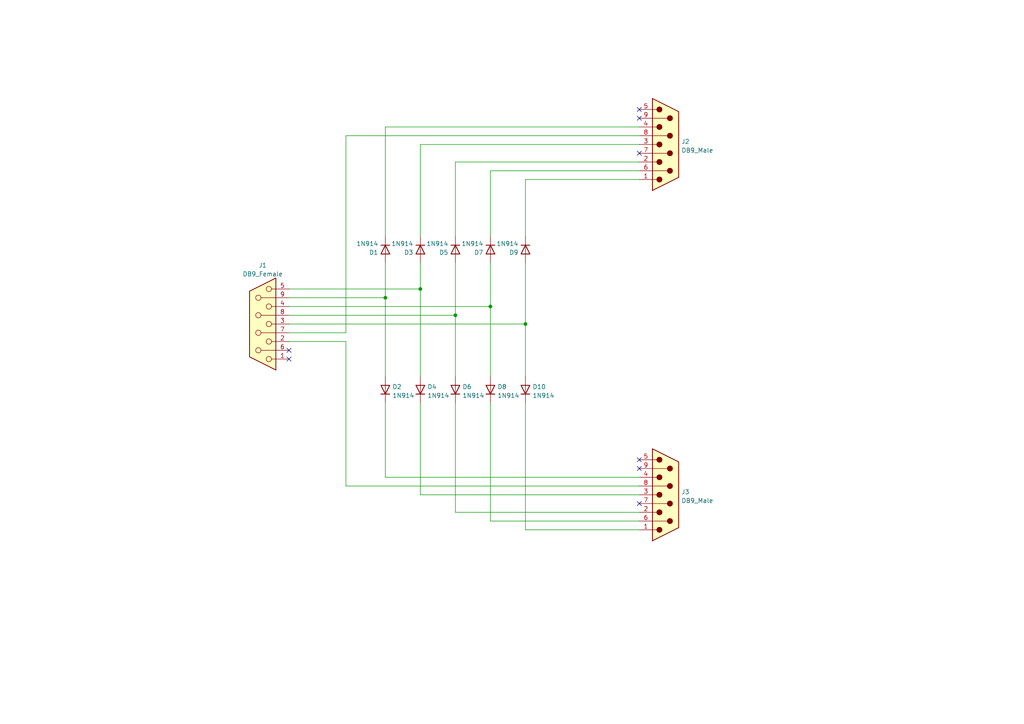
<source format=kicad_sch>
(kicad_sch (version 20211123) (generator eeschema)

  (uuid e63e39d7-6ac0-4ffd-8aa3-1841a4541b55)

  (paper "A4")

  (lib_symbols
    (symbol "Connector:DB9_Female" (pin_names (offset 1.016) hide) (in_bom yes) (on_board yes)
      (property "Reference" "J" (id 0) (at 0 13.97 0)
        (effects (font (size 1.27 1.27)))
      )
      (property "Value" "DB9_Female" (id 1) (at 0 -14.605 0)
        (effects (font (size 1.27 1.27)))
      )
      (property "Footprint" "" (id 2) (at 0 0 0)
        (effects (font (size 1.27 1.27)) hide)
      )
      (property "Datasheet" " ~" (id 3) (at 0 0 0)
        (effects (font (size 1.27 1.27)) hide)
      )
      (property "ki_keywords" "connector female D-SUB" (id 4) (at 0 0 0)
        (effects (font (size 1.27 1.27)) hide)
      )
      (property "ki_description" "9-pin female D-SUB connector" (id 5) (at 0 0 0)
        (effects (font (size 1.27 1.27)) hide)
      )
      (property "ki_fp_filters" "DSUB*Female*" (id 6) (at 0 0 0)
        (effects (font (size 1.27 1.27)) hide)
      )
      (symbol "DB9_Female_0_1"
        (circle (center -1.778 -10.16) (radius 0.762)
          (stroke (width 0) (type default) (color 0 0 0 0))
          (fill (type none))
        )
        (circle (center -1.778 -5.08) (radius 0.762)
          (stroke (width 0) (type default) (color 0 0 0 0))
          (fill (type none))
        )
        (circle (center -1.778 0) (radius 0.762)
          (stroke (width 0) (type default) (color 0 0 0 0))
          (fill (type none))
        )
        (circle (center -1.778 5.08) (radius 0.762)
          (stroke (width 0) (type default) (color 0 0 0 0))
          (fill (type none))
        )
        (circle (center -1.778 10.16) (radius 0.762)
          (stroke (width 0) (type default) (color 0 0 0 0))
          (fill (type none))
        )
        (polyline
          (pts
            (xy -3.81 -10.16)
            (xy -2.54 -10.16)
          )
          (stroke (width 0) (type default) (color 0 0 0 0))
          (fill (type none))
        )
        (polyline
          (pts
            (xy -3.81 -7.62)
            (xy 0.508 -7.62)
          )
          (stroke (width 0) (type default) (color 0 0 0 0))
          (fill (type none))
        )
        (polyline
          (pts
            (xy -3.81 -5.08)
            (xy -2.54 -5.08)
          )
          (stroke (width 0) (type default) (color 0 0 0 0))
          (fill (type none))
        )
        (polyline
          (pts
            (xy -3.81 -2.54)
            (xy 0.508 -2.54)
          )
          (stroke (width 0) (type default) (color 0 0 0 0))
          (fill (type none))
        )
        (polyline
          (pts
            (xy -3.81 0)
            (xy -2.54 0)
          )
          (stroke (width 0) (type default) (color 0 0 0 0))
          (fill (type none))
        )
        (polyline
          (pts
            (xy -3.81 2.54)
            (xy 0.508 2.54)
          )
          (stroke (width 0) (type default) (color 0 0 0 0))
          (fill (type none))
        )
        (polyline
          (pts
            (xy -3.81 5.08)
            (xy -2.54 5.08)
          )
          (stroke (width 0) (type default) (color 0 0 0 0))
          (fill (type none))
        )
        (polyline
          (pts
            (xy -3.81 7.62)
            (xy 0.508 7.62)
          )
          (stroke (width 0) (type default) (color 0 0 0 0))
          (fill (type none))
        )
        (polyline
          (pts
            (xy -3.81 10.16)
            (xy -2.54 10.16)
          )
          (stroke (width 0) (type default) (color 0 0 0 0))
          (fill (type none))
        )
        (polyline
          (pts
            (xy -3.81 13.335)
            (xy -3.81 -13.335)
            (xy 3.81 -9.525)
            (xy 3.81 9.525)
            (xy -3.81 13.335)
          )
          (stroke (width 0.254) (type default) (color 0 0 0 0))
          (fill (type background))
        )
        (circle (center 1.27 -7.62) (radius 0.762)
          (stroke (width 0) (type default) (color 0 0 0 0))
          (fill (type none))
        )
        (circle (center 1.27 -2.54) (radius 0.762)
          (stroke (width 0) (type default) (color 0 0 0 0))
          (fill (type none))
        )
        (circle (center 1.27 2.54) (radius 0.762)
          (stroke (width 0) (type default) (color 0 0 0 0))
          (fill (type none))
        )
        (circle (center 1.27 7.62) (radius 0.762)
          (stroke (width 0) (type default) (color 0 0 0 0))
          (fill (type none))
        )
      )
      (symbol "DB9_Female_1_1"
        (pin passive line (at -7.62 10.16 0) (length 3.81)
          (name "1" (effects (font (size 1.27 1.27))))
          (number "1" (effects (font (size 1.27 1.27))))
        )
        (pin passive line (at -7.62 5.08 0) (length 3.81)
          (name "2" (effects (font (size 1.27 1.27))))
          (number "2" (effects (font (size 1.27 1.27))))
        )
        (pin passive line (at -7.62 0 0) (length 3.81)
          (name "3" (effects (font (size 1.27 1.27))))
          (number "3" (effects (font (size 1.27 1.27))))
        )
        (pin passive line (at -7.62 -5.08 0) (length 3.81)
          (name "4" (effects (font (size 1.27 1.27))))
          (number "4" (effects (font (size 1.27 1.27))))
        )
        (pin passive line (at -7.62 -10.16 0) (length 3.81)
          (name "5" (effects (font (size 1.27 1.27))))
          (number "5" (effects (font (size 1.27 1.27))))
        )
        (pin passive line (at -7.62 7.62 0) (length 3.81)
          (name "6" (effects (font (size 1.27 1.27))))
          (number "6" (effects (font (size 1.27 1.27))))
        )
        (pin passive line (at -7.62 2.54 0) (length 3.81)
          (name "7" (effects (font (size 1.27 1.27))))
          (number "7" (effects (font (size 1.27 1.27))))
        )
        (pin passive line (at -7.62 -2.54 0) (length 3.81)
          (name "8" (effects (font (size 1.27 1.27))))
          (number "8" (effects (font (size 1.27 1.27))))
        )
        (pin passive line (at -7.62 -7.62 0) (length 3.81)
          (name "9" (effects (font (size 1.27 1.27))))
          (number "9" (effects (font (size 1.27 1.27))))
        )
      )
    )
    (symbol "Connector:DB9_Male" (pin_names (offset 1.016) hide) (in_bom yes) (on_board yes)
      (property "Reference" "J" (id 0) (at 0 13.97 0)
        (effects (font (size 1.27 1.27)))
      )
      (property "Value" "DB9_Male" (id 1) (at 0 -14.605 0)
        (effects (font (size 1.27 1.27)))
      )
      (property "Footprint" "" (id 2) (at 0 0 0)
        (effects (font (size 1.27 1.27)) hide)
      )
      (property "Datasheet" " ~" (id 3) (at 0 0 0)
        (effects (font (size 1.27 1.27)) hide)
      )
      (property "ki_keywords" "connector male D-SUB" (id 4) (at 0 0 0)
        (effects (font (size 1.27 1.27)) hide)
      )
      (property "ki_description" "9-pin male D-SUB connector" (id 5) (at 0 0 0)
        (effects (font (size 1.27 1.27)) hide)
      )
      (property "ki_fp_filters" "DSUB*Male*" (id 6) (at 0 0 0)
        (effects (font (size 1.27 1.27)) hide)
      )
      (symbol "DB9_Male_0_1"
        (circle (center -1.778 -10.16) (radius 0.762)
          (stroke (width 0) (type default) (color 0 0 0 0))
          (fill (type outline))
        )
        (circle (center -1.778 -5.08) (radius 0.762)
          (stroke (width 0) (type default) (color 0 0 0 0))
          (fill (type outline))
        )
        (circle (center -1.778 0) (radius 0.762)
          (stroke (width 0) (type default) (color 0 0 0 0))
          (fill (type outline))
        )
        (circle (center -1.778 5.08) (radius 0.762)
          (stroke (width 0) (type default) (color 0 0 0 0))
          (fill (type outline))
        )
        (circle (center -1.778 10.16) (radius 0.762)
          (stroke (width 0) (type default) (color 0 0 0 0))
          (fill (type outline))
        )
        (polyline
          (pts
            (xy -3.81 -10.16)
            (xy -2.54 -10.16)
          )
          (stroke (width 0) (type default) (color 0 0 0 0))
          (fill (type none))
        )
        (polyline
          (pts
            (xy -3.81 -7.62)
            (xy 0.508 -7.62)
          )
          (stroke (width 0) (type default) (color 0 0 0 0))
          (fill (type none))
        )
        (polyline
          (pts
            (xy -3.81 -5.08)
            (xy -2.54 -5.08)
          )
          (stroke (width 0) (type default) (color 0 0 0 0))
          (fill (type none))
        )
        (polyline
          (pts
            (xy -3.81 -2.54)
            (xy 0.508 -2.54)
          )
          (stroke (width 0) (type default) (color 0 0 0 0))
          (fill (type none))
        )
        (polyline
          (pts
            (xy -3.81 0)
            (xy -2.54 0)
          )
          (stroke (width 0) (type default) (color 0 0 0 0))
          (fill (type none))
        )
        (polyline
          (pts
            (xy -3.81 2.54)
            (xy 0.508 2.54)
          )
          (stroke (width 0) (type default) (color 0 0 0 0))
          (fill (type none))
        )
        (polyline
          (pts
            (xy -3.81 5.08)
            (xy -2.54 5.08)
          )
          (stroke (width 0) (type default) (color 0 0 0 0))
          (fill (type none))
        )
        (polyline
          (pts
            (xy -3.81 7.62)
            (xy 0.508 7.62)
          )
          (stroke (width 0) (type default) (color 0 0 0 0))
          (fill (type none))
        )
        (polyline
          (pts
            (xy -3.81 10.16)
            (xy -2.54 10.16)
          )
          (stroke (width 0) (type default) (color 0 0 0 0))
          (fill (type none))
        )
        (polyline
          (pts
            (xy -3.81 -13.335)
            (xy -3.81 13.335)
            (xy 3.81 9.525)
            (xy 3.81 -9.525)
            (xy -3.81 -13.335)
          )
          (stroke (width 0.254) (type default) (color 0 0 0 0))
          (fill (type background))
        )
        (circle (center 1.27 -7.62) (radius 0.762)
          (stroke (width 0) (type default) (color 0 0 0 0))
          (fill (type outline))
        )
        (circle (center 1.27 -2.54) (radius 0.762)
          (stroke (width 0) (type default) (color 0 0 0 0))
          (fill (type outline))
        )
        (circle (center 1.27 2.54) (radius 0.762)
          (stroke (width 0) (type default) (color 0 0 0 0))
          (fill (type outline))
        )
        (circle (center 1.27 7.62) (radius 0.762)
          (stroke (width 0) (type default) (color 0 0 0 0))
          (fill (type outline))
        )
      )
      (symbol "DB9_Male_1_1"
        (pin passive line (at -7.62 -10.16 0) (length 3.81)
          (name "1" (effects (font (size 1.27 1.27))))
          (number "1" (effects (font (size 1.27 1.27))))
        )
        (pin passive line (at -7.62 -5.08 0) (length 3.81)
          (name "2" (effects (font (size 1.27 1.27))))
          (number "2" (effects (font (size 1.27 1.27))))
        )
        (pin passive line (at -7.62 0 0) (length 3.81)
          (name "3" (effects (font (size 1.27 1.27))))
          (number "3" (effects (font (size 1.27 1.27))))
        )
        (pin passive line (at -7.62 5.08 0) (length 3.81)
          (name "4" (effects (font (size 1.27 1.27))))
          (number "4" (effects (font (size 1.27 1.27))))
        )
        (pin passive line (at -7.62 10.16 0) (length 3.81)
          (name "5" (effects (font (size 1.27 1.27))))
          (number "5" (effects (font (size 1.27 1.27))))
        )
        (pin passive line (at -7.62 -7.62 0) (length 3.81)
          (name "6" (effects (font (size 1.27 1.27))))
          (number "6" (effects (font (size 1.27 1.27))))
        )
        (pin passive line (at -7.62 -2.54 0) (length 3.81)
          (name "7" (effects (font (size 1.27 1.27))))
          (number "7" (effects (font (size 1.27 1.27))))
        )
        (pin passive line (at -7.62 2.54 0) (length 3.81)
          (name "8" (effects (font (size 1.27 1.27))))
          (number "8" (effects (font (size 1.27 1.27))))
        )
        (pin passive line (at -7.62 7.62 0) (length 3.81)
          (name "9" (effects (font (size 1.27 1.27))))
          (number "9" (effects (font (size 1.27 1.27))))
        )
      )
    )
    (symbol "Diode:1N914" (pin_numbers hide) (pin_names (offset 1.016) hide) (in_bom yes) (on_board yes)
      (property "Reference" "D" (id 0) (at 0 2.54 0)
        (effects (font (size 1.27 1.27)))
      )
      (property "Value" "1N914" (id 1) (at 0 -2.54 0)
        (effects (font (size 1.27 1.27)))
      )
      (property "Footprint" "Diode_THT:D_DO-35_SOD27_P7.62mm_Horizontal" (id 2) (at 0 -4.445 0)
        (effects (font (size 1.27 1.27)) hide)
      )
      (property "Datasheet" "http://www.vishay.com/docs/85622/1n914.pdf" (id 3) (at 0 0 0)
        (effects (font (size 1.27 1.27)) hide)
      )
      (property "ki_keywords" "diode" (id 4) (at 0 0 0)
        (effects (font (size 1.27 1.27)) hide)
      )
      (property "ki_description" "100V 0.3A Small Signal Fast Switching Diode, DO-35" (id 5) (at 0 0 0)
        (effects (font (size 1.27 1.27)) hide)
      )
      (property "ki_fp_filters" "D*DO?35*" (id 6) (at 0 0 0)
        (effects (font (size 1.27 1.27)) hide)
      )
      (symbol "1N914_0_1"
        (polyline
          (pts
            (xy -1.27 1.27)
            (xy -1.27 -1.27)
          )
          (stroke (width 0.254) (type default) (color 0 0 0 0))
          (fill (type none))
        )
        (polyline
          (pts
            (xy 1.27 0)
            (xy -1.27 0)
          )
          (stroke (width 0) (type default) (color 0 0 0 0))
          (fill (type none))
        )
        (polyline
          (pts
            (xy 1.27 1.27)
            (xy 1.27 -1.27)
            (xy -1.27 0)
            (xy 1.27 1.27)
          )
          (stroke (width 0.254) (type default) (color 0 0 0 0))
          (fill (type none))
        )
      )
      (symbol "1N914_1_1"
        (pin passive line (at -3.81 0 0) (length 2.54)
          (name "K" (effects (font (size 1.27 1.27))))
          (number "1" (effects (font (size 1.27 1.27))))
        )
        (pin passive line (at 3.81 0 180) (length 2.54)
          (name "A" (effects (font (size 1.27 1.27))))
          (number "2" (effects (font (size 1.27 1.27))))
        )
      )
    )
  )

  (junction (at 121.92 83.82) (diameter 0) (color 0 0 0 0)
    (uuid 0517ddf0-54b1-4f94-8273-11bd519e9ad5)
  )
  (junction (at 142.24 88.9) (diameter 0) (color 0 0 0 0)
    (uuid 1bc0c8ce-d011-4f56-9c23-afaef6c9f61d)
  )
  (junction (at 111.76 86.36) (diameter 0) (color 0 0 0 0)
    (uuid 363c04e5-1efd-47dd-bd42-b01e243f1213)
  )
  (junction (at 152.4 93.98) (diameter 0) (color 0 0 0 0)
    (uuid 4c2a7f08-b997-4c99-b255-93c52d91bb4d)
  )
  (junction (at 132.08 91.44) (diameter 0) (color 0 0 0 0)
    (uuid d77e2b6b-5087-437e-9626-0bbce05c8eb3)
  )

  (no_connect (at 83.82 101.6) (uuid a2becb9f-0860-4b86-bfec-403f41ef3817))
  (no_connect (at 83.82 104.14) (uuid a2becb9f-0860-4b86-bfec-403f41ef3818))
  (no_connect (at 185.42 44.45) (uuid a2becb9f-0860-4b86-bfec-403f41ef3819))
  (no_connect (at 185.42 34.29) (uuid a2becb9f-0860-4b86-bfec-403f41ef381a))
  (no_connect (at 185.42 31.75) (uuid a2becb9f-0860-4b86-bfec-403f41ef381b))
  (no_connect (at 185.42 133.35) (uuid a2becb9f-0860-4b86-bfec-403f41ef381c))
  (no_connect (at 185.42 135.89) (uuid a2becb9f-0860-4b86-bfec-403f41ef381d))
  (no_connect (at 185.42 146.05) (uuid a2becb9f-0860-4b86-bfec-403f41ef381e))

  (wire (pts (xy 111.76 36.83) (xy 185.42 36.83))
    (stroke (width 0) (type default) (color 0 0 0 0))
    (uuid 020cf763-12e0-4ec8-b976-456a3401d846)
  )
  (wire (pts (xy 142.24 151.13) (xy 142.24 116.84))
    (stroke (width 0) (type default) (color 0 0 0 0))
    (uuid 023bef3f-ec80-4f94-9a8a-1c49ef02001c)
  )
  (wire (pts (xy 132.08 91.44) (xy 132.08 109.22))
    (stroke (width 0) (type default) (color 0 0 0 0))
    (uuid 035bd710-7288-4744-b438-a9d7e58539a1)
  )
  (wire (pts (xy 142.24 88.9) (xy 142.24 109.22))
    (stroke (width 0) (type default) (color 0 0 0 0))
    (uuid 088d79f6-927d-4848-9cd5-2fddaa07140d)
  )
  (wire (pts (xy 83.82 91.44) (xy 132.08 91.44))
    (stroke (width 0) (type default) (color 0 0 0 0))
    (uuid 0ff535db-6330-43e9-b0e5-c71b614bf799)
  )
  (wire (pts (xy 152.4 76.2) (xy 152.4 93.98))
    (stroke (width 0) (type default) (color 0 0 0 0))
    (uuid 158c2574-9673-40c0-bfba-5f50e1e17156)
  )
  (wire (pts (xy 121.92 68.58) (xy 121.92 41.91))
    (stroke (width 0) (type default) (color 0 0 0 0))
    (uuid 1ae963df-38f9-43bf-b8a3-d3d5ddfe00cc)
  )
  (wire (pts (xy 152.4 93.98) (xy 152.4 109.22))
    (stroke (width 0) (type default) (color 0 0 0 0))
    (uuid 1b2135ce-4941-4e7b-9cac-53efb3b7b4db)
  )
  (wire (pts (xy 132.08 116.84) (xy 132.08 148.59))
    (stroke (width 0) (type default) (color 0 0 0 0))
    (uuid 22f853af-1c60-40df-99d5-6c6cf4e64328)
  )
  (wire (pts (xy 121.92 143.51) (xy 185.42 143.51))
    (stroke (width 0) (type default) (color 0 0 0 0))
    (uuid 24737d8f-c5a5-4f17-a6dd-f49ad298bba2)
  )
  (wire (pts (xy 83.82 86.36) (xy 111.76 86.36))
    (stroke (width 0) (type default) (color 0 0 0 0))
    (uuid 2881f3ff-3a74-421e-a3e6-acd821eeb02d)
  )
  (wire (pts (xy 83.82 83.82) (xy 121.92 83.82))
    (stroke (width 0) (type default) (color 0 0 0 0))
    (uuid 2b79d49c-5abf-40d5-bdcd-c70687d7a036)
  )
  (wire (pts (xy 83.82 96.52) (xy 100.33 96.52))
    (stroke (width 0) (type default) (color 0 0 0 0))
    (uuid 31283a38-f625-41bb-bb26-b97b124d78e8)
  )
  (wire (pts (xy 142.24 68.58) (xy 142.24 49.53))
    (stroke (width 0) (type default) (color 0 0 0 0))
    (uuid 44521ee9-d193-48d0-a115-6973a02a362d)
  )
  (wire (pts (xy 83.82 88.9) (xy 142.24 88.9))
    (stroke (width 0) (type default) (color 0 0 0 0))
    (uuid 45cf9527-5803-43b7-9dfe-f17d1a680de5)
  )
  (wire (pts (xy 121.92 83.82) (xy 121.92 109.22))
    (stroke (width 0) (type default) (color 0 0 0 0))
    (uuid 46e7118e-bc63-4dd0-8ffd-f896b6d5b609)
  )
  (wire (pts (xy 152.4 68.58) (xy 152.4 52.07))
    (stroke (width 0) (type default) (color 0 0 0 0))
    (uuid 49ac2387-9f8f-4ba9-8719-e7b17410e23f)
  )
  (wire (pts (xy 100.33 99.06) (xy 100.33 140.97))
    (stroke (width 0) (type default) (color 0 0 0 0))
    (uuid 5737ad5c-56ac-4766-978c-b7f17981cf6d)
  )
  (wire (pts (xy 111.76 138.43) (xy 185.42 138.43))
    (stroke (width 0) (type default) (color 0 0 0 0))
    (uuid 578fc6e9-4060-41d1-b5a6-934cfb733422)
  )
  (wire (pts (xy 83.82 93.98) (xy 152.4 93.98))
    (stroke (width 0) (type default) (color 0 0 0 0))
    (uuid 5dd3a851-d412-45a1-86ea-fe5d38347b20)
  )
  (wire (pts (xy 100.33 39.37) (xy 185.42 39.37))
    (stroke (width 0) (type default) (color 0 0 0 0))
    (uuid 6362655c-2196-4d36-8415-37da274fd00b)
  )
  (wire (pts (xy 111.76 68.58) (xy 111.76 36.83))
    (stroke (width 0) (type default) (color 0 0 0 0))
    (uuid 67068058-5d03-4809-b7f2-69420a4a271c)
  )
  (wire (pts (xy 152.4 52.07) (xy 185.42 52.07))
    (stroke (width 0) (type default) (color 0 0 0 0))
    (uuid 699f8edf-2d5c-49f3-ab02-fad8bca47907)
  )
  (wire (pts (xy 121.92 83.82) (xy 121.92 76.2))
    (stroke (width 0) (type default) (color 0 0 0 0))
    (uuid 72bdda53-c4bf-49b5-9472-d4139e30f593)
  )
  (wire (pts (xy 152.4 153.67) (xy 152.4 116.84))
    (stroke (width 0) (type default) (color 0 0 0 0))
    (uuid 7f0c7b9e-9352-41de-a5ce-3a72528a0268)
  )
  (wire (pts (xy 121.92 116.84) (xy 121.92 143.51))
    (stroke (width 0) (type default) (color 0 0 0 0))
    (uuid 8843cc49-645f-40f4-8c19-0eb26862399b)
  )
  (wire (pts (xy 132.08 46.99) (xy 185.42 46.99))
    (stroke (width 0) (type default) (color 0 0 0 0))
    (uuid 91ac6ebf-adca-4847-9c9a-1dfff6577776)
  )
  (wire (pts (xy 121.92 41.91) (xy 185.42 41.91))
    (stroke (width 0) (type default) (color 0 0 0 0))
    (uuid 92b90d16-2c0d-4d75-9dc0-ee4497e2003f)
  )
  (wire (pts (xy 111.76 116.84) (xy 111.76 138.43))
    (stroke (width 0) (type default) (color 0 0 0 0))
    (uuid 94a645b7-19b8-4e6f-b885-4aa7e65c4edf)
  )
  (wire (pts (xy 142.24 49.53) (xy 185.42 49.53))
    (stroke (width 0) (type default) (color 0 0 0 0))
    (uuid ae21c65f-86ff-4b77-be00-737f7228d589)
  )
  (wire (pts (xy 111.76 86.36) (xy 111.76 109.22))
    (stroke (width 0) (type default) (color 0 0 0 0))
    (uuid b40e8d00-449b-4cb4-b8f8-a96750a36b78)
  )
  (wire (pts (xy 132.08 148.59) (xy 185.42 148.59))
    (stroke (width 0) (type default) (color 0 0 0 0))
    (uuid cc3fcd81-f565-4ebc-a81b-a08d6eb61786)
  )
  (wire (pts (xy 100.33 96.52) (xy 100.33 39.37))
    (stroke (width 0) (type default) (color 0 0 0 0))
    (uuid d372edd8-ee44-4605-a590-9f5940a0397e)
  )
  (wire (pts (xy 83.82 99.06) (xy 100.33 99.06))
    (stroke (width 0) (type default) (color 0 0 0 0))
    (uuid d69e4a46-7dba-4a84-8514-5454d15bfe58)
  )
  (wire (pts (xy 185.42 151.13) (xy 142.24 151.13))
    (stroke (width 0) (type default) (color 0 0 0 0))
    (uuid db3bd71c-1ba7-449f-8efe-1a11d22a3f8d)
  )
  (wire (pts (xy 142.24 76.2) (xy 142.24 88.9))
    (stroke (width 0) (type default) (color 0 0 0 0))
    (uuid eb8a3252-2699-4f2e-b865-70229652b61d)
  )
  (wire (pts (xy 100.33 140.97) (xy 185.42 140.97))
    (stroke (width 0) (type default) (color 0 0 0 0))
    (uuid ec5dc48b-fc69-4948-8d0a-c29d4818cf10)
  )
  (wire (pts (xy 111.76 76.2) (xy 111.76 86.36))
    (stroke (width 0) (type default) (color 0 0 0 0))
    (uuid f8a31230-9132-48e5-be60-966a75847863)
  )
  (wire (pts (xy 132.08 46.99) (xy 132.08 68.58))
    (stroke (width 0) (type default) (color 0 0 0 0))
    (uuid f8d6fced-ff5a-4da1-9860-fd3eca713c5c)
  )
  (wire (pts (xy 185.42 153.67) (xy 152.4 153.67))
    (stroke (width 0) (type default) (color 0 0 0 0))
    (uuid fa61956b-3019-4faf-af08-a8e9f2211936)
  )
  (wire (pts (xy 132.08 76.2) (xy 132.08 91.44))
    (stroke (width 0) (type default) (color 0 0 0 0))
    (uuid fcb41f16-ac5c-4fdf-92cf-d17e2730891a)
  )

  (symbol (lib_id "Diode:1N914") (at 111.76 113.03 90) (unit 1)
    (in_bom yes) (on_board yes) (fields_autoplaced)
    (uuid 006298e6-c55d-4bf1-9a6c-ab4d493ab1ee)
    (property "Reference" "D2" (id 0) (at 113.792 112.1953 90)
      (effects (font (size 1.27 1.27)) (justify right))
    )
    (property "Value" "1N914" (id 1) (at 113.792 114.7322 90)
      (effects (font (size 1.27 1.27)) (justify right))
    )
    (property "Footprint" "Diode_SMD:D_SMA" (id 2) (at 116.205 113.03 0)
      (effects (font (size 1.27 1.27)) hide)
    )
    (property "Datasheet" "http://www.vishay.com/docs/85622/1n914.pdf" (id 3) (at 111.76 113.03 0)
      (effects (font (size 1.27 1.27)) hide)
    )
    (pin "1" (uuid ba3bb3ff-9a2f-4de5-ba97-3a9491ea9505))
    (pin "2" (uuid 9d35d2b2-8707-4866-943d-f1fc1b5c8945))
  )

  (symbol (lib_id "Diode:1N914") (at 142.24 113.03 90) (unit 1)
    (in_bom yes) (on_board yes) (fields_autoplaced)
    (uuid 016a6d1d-b9f2-4ba2-b09d-396f817b890e)
    (property "Reference" "D8" (id 0) (at 144.272 112.1953 90)
      (effects (font (size 1.27 1.27)) (justify right))
    )
    (property "Value" "1N914" (id 1) (at 144.272 114.7322 90)
      (effects (font (size 1.27 1.27)) (justify right))
    )
    (property "Footprint" "Diode_SMD:D_SMA" (id 2) (at 146.685 113.03 0)
      (effects (font (size 1.27 1.27)) hide)
    )
    (property "Datasheet" "http://www.vishay.com/docs/85622/1n914.pdf" (id 3) (at 142.24 113.03 0)
      (effects (font (size 1.27 1.27)) hide)
    )
    (pin "1" (uuid 1335d405-b250-43b0-9ea9-22054c6cfe2f))
    (pin "2" (uuid 45ada385-3ef6-4a69-828a-ae8e6c1525eb))
  )

  (symbol (lib_id "Diode:1N914") (at 132.08 113.03 90) (unit 1)
    (in_bom yes) (on_board yes)
    (uuid 1617664e-7878-42be-a4d2-dce5d9482682)
    (property "Reference" "D6" (id 0) (at 134.112 112.1953 90)
      (effects (font (size 1.27 1.27)) (justify right))
    )
    (property "Value" "1N914" (id 1) (at 134.112 114.7322 90)
      (effects (font (size 1.27 1.27)) (justify right))
    )
    (property "Footprint" "Diode_SMD:D_SMA" (id 2) (at 136.525 113.03 0)
      (effects (font (size 1.27 1.27)) hide)
    )
    (property "Datasheet" "http://www.vishay.com/docs/85622/1n914.pdf" (id 3) (at 132.08 113.03 0)
      (effects (font (size 1.27 1.27)) hide)
    )
    (pin "1" (uuid b0dadeb8-6ef0-4956-a8e2-d2a638506304))
    (pin "2" (uuid 6cfde889-bfaf-430d-9142-37ae510c49b5))
  )

  (symbol (lib_id "Diode:1N914") (at 111.76 72.39 270) (unit 1)
    (in_bom yes) (on_board yes) (fields_autoplaced)
    (uuid 172a55a1-cf71-4ecd-8cbb-f8b85a986aca)
    (property "Reference" "D1" (id 0) (at 109.728 73.2247 90)
      (effects (font (size 1.27 1.27)) (justify right))
    )
    (property "Value" "1N914" (id 1) (at 109.728 70.6878 90)
      (effects (font (size 1.27 1.27)) (justify right))
    )
    (property "Footprint" "Diode_SMD:D_SMA" (id 2) (at 107.315 72.39 0)
      (effects (font (size 1.27 1.27)) hide)
    )
    (property "Datasheet" "http://www.vishay.com/docs/85622/1n914.pdf" (id 3) (at 111.76 72.39 0)
      (effects (font (size 1.27 1.27)) hide)
    )
    (pin "1" (uuid 55399910-8b4c-4925-bf1d-6a04e057aded))
    (pin "2" (uuid d2586aee-8c0a-4e8c-9a95-43896a020601))
  )

  (symbol (lib_id "Diode:1N914") (at 142.24 72.39 270) (unit 1)
    (in_bom yes) (on_board yes) (fields_autoplaced)
    (uuid 18909c61-dd05-4939-b566-37c6c1698a95)
    (property "Reference" "D7" (id 0) (at 140.208 73.2247 90)
      (effects (font (size 1.27 1.27)) (justify right))
    )
    (property "Value" "1N914" (id 1) (at 140.208 70.6878 90)
      (effects (font (size 1.27 1.27)) (justify right))
    )
    (property "Footprint" "Diode_SMD:D_SMA" (id 2) (at 137.795 72.39 0)
      (effects (font (size 1.27 1.27)) hide)
    )
    (property "Datasheet" "http://www.vishay.com/docs/85622/1n914.pdf" (id 3) (at 142.24 72.39 0)
      (effects (font (size 1.27 1.27)) hide)
    )
    (pin "1" (uuid 405c83e0-7d4b-46d1-8a06-8f9f3914b52d))
    (pin "2" (uuid adc3de90-fe68-4889-aa1f-b2891afd7b4b))
  )

  (symbol (lib_id "Diode:1N914") (at 121.92 113.03 90) (unit 1)
    (in_bom yes) (on_board yes) (fields_autoplaced)
    (uuid 1ef18535-fc99-4579-8385-662f2e8f36e3)
    (property "Reference" "D4" (id 0) (at 123.952 112.1953 90)
      (effects (font (size 1.27 1.27)) (justify right))
    )
    (property "Value" "1N914" (id 1) (at 123.952 114.7322 90)
      (effects (font (size 1.27 1.27)) (justify right))
    )
    (property "Footprint" "Diode_SMD:D_SMA" (id 2) (at 126.365 113.03 0)
      (effects (font (size 1.27 1.27)) hide)
    )
    (property "Datasheet" "http://www.vishay.com/docs/85622/1n914.pdf" (id 3) (at 121.92 113.03 0)
      (effects (font (size 1.27 1.27)) hide)
    )
    (pin "1" (uuid ef922355-f90b-4a62-b235-1584c5675a27))
    (pin "2" (uuid 739c8c60-d9cd-463a-8fee-83acc3a33b1d))
  )

  (symbol (lib_id "Connector:DB9_Male") (at 193.04 41.91 0) (unit 1)
    (in_bom yes) (on_board yes) (fields_autoplaced)
    (uuid 20cc5dd3-f607-44c7-ac7e-e7aebd9790dd)
    (property "Reference" "J2" (id 0) (at 197.612 41.0753 0)
      (effects (font (size 1.27 1.27)) (justify left))
    )
    (property "Value" "DB9_Male" (id 1) (at 197.612 43.6122 0)
      (effects (font (size 1.27 1.27)) (justify left))
    )
    (property "Footprint" "Connector_Dsub:DSUB-9_Male_Vertical_P2.77x2.84mm" (id 2) (at 193.04 41.91 0)
      (effects (font (size 1.27 1.27)) hide)
    )
    (property "Datasheet" " ~" (id 3) (at 193.04 41.91 0)
      (effects (font (size 1.27 1.27)) hide)
    )
    (pin "1" (uuid 7850e091-0fbf-4f7c-a328-cd019df441e0))
    (pin "2" (uuid 191379e4-86ba-4bf3-8d2d-4cd5385d32c3))
    (pin "3" (uuid 463e71c6-e035-4ed0-9a41-c3c9633f2c78))
    (pin "4" (uuid 2330a65f-a667-4564-b2ea-fd267508069a))
    (pin "5" (uuid 34bb2d5a-a1fd-4187-b623-25a5b805199b))
    (pin "6" (uuid 066893ee-f587-4ad1-a5e3-e3171a7f7252))
    (pin "7" (uuid 2c8a20bd-e92e-46ff-b900-260ee00ab04b))
    (pin "8" (uuid 3223d5c1-12ae-4383-9a3d-a77618f00732))
    (pin "9" (uuid 4969850b-ae26-4ccb-823e-8fd7d1c082fe))
  )

  (symbol (lib_id "Connector:DB9_Male") (at 193.04 143.51 0) (unit 1)
    (in_bom yes) (on_board yes) (fields_autoplaced)
    (uuid 4bb5736a-d22c-47e8-a09f-02490b2d7b1d)
    (property "Reference" "J3" (id 0) (at 197.612 142.6753 0)
      (effects (font (size 1.27 1.27)) (justify left))
    )
    (property "Value" "DB9_Male" (id 1) (at 197.612 145.2122 0)
      (effects (font (size 1.27 1.27)) (justify left))
    )
    (property "Footprint" "Connector_Dsub:DSUB-9_Male_Vertical_P2.77x2.84mm" (id 2) (at 193.04 143.51 0)
      (effects (font (size 1.27 1.27)) hide)
    )
    (property "Datasheet" " ~" (id 3) (at 193.04 143.51 0)
      (effects (font (size 1.27 1.27)) hide)
    )
    (pin "1" (uuid fdf1b3e7-069e-4f76-9d87-caaeb7d55ad9))
    (pin "2" (uuid eefbb01a-1017-402d-94d8-5e1519140627))
    (pin "3" (uuid d7c96d03-c33d-42a4-b9f5-33ebc94d6064))
    (pin "4" (uuid 7442195e-b309-4104-87d4-096c8b6e0583))
    (pin "5" (uuid f2b36193-b632-424c-b534-9f2f874f65c5))
    (pin "6" (uuid 62a0b005-d543-412f-93b9-72a8d1c3610c))
    (pin "7" (uuid 520b6a75-0c73-42ff-a977-3233797b07fd))
    (pin "8" (uuid 831a4f32-12d2-4459-a312-8eb16d9bc613))
    (pin "9" (uuid f3ba56bf-dc73-46ce-baf4-178b1da76b36))
  )

  (symbol (lib_id "Diode:1N914") (at 152.4 113.03 90) (unit 1)
    (in_bom yes) (on_board yes) (fields_autoplaced)
    (uuid 51cf508d-59ed-43ac-92da-b1be242395a6)
    (property "Reference" "D10" (id 0) (at 154.432 112.1953 90)
      (effects (font (size 1.27 1.27)) (justify right))
    )
    (property "Value" "1N914" (id 1) (at 154.432 114.7322 90)
      (effects (font (size 1.27 1.27)) (justify right))
    )
    (property "Footprint" "Diode_SMD:D_SMA" (id 2) (at 156.845 113.03 0)
      (effects (font (size 1.27 1.27)) hide)
    )
    (property "Datasheet" "http://www.vishay.com/docs/85622/1n914.pdf" (id 3) (at 152.4 113.03 0)
      (effects (font (size 1.27 1.27)) hide)
    )
    (pin "1" (uuid 1d5d65ea-9cdd-42d7-be44-d750e648c68b))
    (pin "2" (uuid bfee4676-4c90-4868-bf57-8c649ad376b9))
  )

  (symbol (lib_id "Diode:1N914") (at 152.4 72.39 270) (unit 1)
    (in_bom yes) (on_board yes) (fields_autoplaced)
    (uuid 5bb120dd-26df-4fc5-9c51-c51c2ac10796)
    (property "Reference" "D9" (id 0) (at 150.368 73.2247 90)
      (effects (font (size 1.27 1.27)) (justify right))
    )
    (property "Value" "1N914" (id 1) (at 150.368 70.6878 90)
      (effects (font (size 1.27 1.27)) (justify right))
    )
    (property "Footprint" "Diode_SMD:D_SMA" (id 2) (at 147.955 72.39 0)
      (effects (font (size 1.27 1.27)) hide)
    )
    (property "Datasheet" "http://www.vishay.com/docs/85622/1n914.pdf" (id 3) (at 152.4 72.39 0)
      (effects (font (size 1.27 1.27)) hide)
    )
    (pin "1" (uuid f20472ca-cd55-4d79-b161-ba3184c2d1c9))
    (pin "2" (uuid 3a4b4a5a-b655-4af1-bd36-d2d6e147b65f))
  )

  (symbol (lib_id "Diode:1N914") (at 121.92 72.39 270) (unit 1)
    (in_bom yes) (on_board yes) (fields_autoplaced)
    (uuid 7842be1c-69f8-47da-a87c-ae664fea6313)
    (property "Reference" "D3" (id 0) (at 119.888 73.2247 90)
      (effects (font (size 1.27 1.27)) (justify right))
    )
    (property "Value" "1N914" (id 1) (at 119.888 70.6878 90)
      (effects (font (size 1.27 1.27)) (justify right))
    )
    (property "Footprint" "Diode_SMD:D_SMA" (id 2) (at 117.475 72.39 0)
      (effects (font (size 1.27 1.27)) hide)
    )
    (property "Datasheet" "http://www.vishay.com/docs/85622/1n914.pdf" (id 3) (at 121.92 72.39 0)
      (effects (font (size 1.27 1.27)) hide)
    )
    (pin "1" (uuid 3ab2ec94-0b71-4e49-bb9c-d5dabcbe1901))
    (pin "2" (uuid efc169fe-eb69-40e6-8b41-f7885bcbe6db))
  )

  (symbol (lib_id "Connector:DB9_Female") (at 76.2 93.98 180) (unit 1)
    (in_bom yes) (on_board yes) (fields_autoplaced)
    (uuid 8e295ed4-82cb-4d9f-8888-7ad2dd4d5129)
    (property "Reference" "J1" (id 0) (at 76.2 76.9452 0))
    (property "Value" "DB9_Female" (id 1) (at 76.2 79.4821 0))
    (property "Footprint" "Connector_Dsub:DSUB-9_Female_Vertical_P2.77x2.84mm" (id 2) (at 76.2 93.98 0)
      (effects (font (size 1.27 1.27)) hide)
    )
    (property "Datasheet" " ~" (id 3) (at 76.2 93.98 0)
      (effects (font (size 1.27 1.27)) hide)
    )
    (pin "1" (uuid 35c09d1f-2914-4d1e-a002-df30af772f3b))
    (pin "2" (uuid e2b24e25-1a0d-434a-876b-c595b47d80d2))
    (pin "3" (uuid fad4c712-0a2e-465d-a9f8-83d26bd66e37))
    (pin "4" (uuid 422b10b9-e829-44a2-8808-05edd8cb3050))
    (pin "5" (uuid 20901d7e-a300-4069-8967-a6a7e97a68bc))
    (pin "6" (uuid cf21dfe3-ab4f-4ad9-b7cf-dc892d833b13))
    (pin "7" (uuid 0d993e48-cea3-4104-9c5a-d8f97b64a3ac))
    (pin "8" (uuid b12e5309-5d01-40ef-a9c3-8453e00a555e))
    (pin "9" (uuid be6b17f9-34f5-44e9-a4c7-725d2e274a9d))
  )

  (symbol (lib_id "Diode:1N914") (at 132.08 72.39 270) (unit 1)
    (in_bom yes) (on_board yes) (fields_autoplaced)
    (uuid 9cc28e0c-395a-4bd3-833e-6b062dcebde6)
    (property "Reference" "D5" (id 0) (at 130.048 73.2247 90)
      (effects (font (size 1.27 1.27)) (justify right))
    )
    (property "Value" "1N914" (id 1) (at 130.048 70.6878 90)
      (effects (font (size 1.27 1.27)) (justify right))
    )
    (property "Footprint" "Diode_SMD:D_SMA" (id 2) (at 127.635 72.39 0)
      (effects (font (size 1.27 1.27)) hide)
    )
    (property "Datasheet" "http://www.vishay.com/docs/85622/1n914.pdf" (id 3) (at 132.08 72.39 0)
      (effects (font (size 1.27 1.27)) hide)
    )
    (pin "1" (uuid 23d8cdfd-9341-4d69-a187-6edb0e6d2395))
    (pin "2" (uuid f9964e79-7d5e-4075-b9a0-e8b603de3ab5))
  )

  (sheet_instances
    (path "/" (page "1"))
  )

  (symbol_instances
    (path "/172a55a1-cf71-4ecd-8cbb-f8b85a986aca"
      (reference "D1") (unit 1) (value "1N914") (footprint "Diode_SMD:D_SMA")
    )
    (path "/006298e6-c55d-4bf1-9a6c-ab4d493ab1ee"
      (reference "D2") (unit 1) (value "1N914") (footprint "Diode_SMD:D_SMA")
    )
    (path "/7842be1c-69f8-47da-a87c-ae664fea6313"
      (reference "D3") (unit 1) (value "1N914") (footprint "Diode_SMD:D_SMA")
    )
    (path "/1ef18535-fc99-4579-8385-662f2e8f36e3"
      (reference "D4") (unit 1) (value "1N914") (footprint "Diode_SMD:D_SMA")
    )
    (path "/9cc28e0c-395a-4bd3-833e-6b062dcebde6"
      (reference "D5") (unit 1) (value "1N914") (footprint "Diode_SMD:D_SMA")
    )
    (path "/1617664e-7878-42be-a4d2-dce5d9482682"
      (reference "D6") (unit 1) (value "1N914") (footprint "Diode_SMD:D_SMA")
    )
    (path "/18909c61-dd05-4939-b566-37c6c1698a95"
      (reference "D7") (unit 1) (value "1N914") (footprint "Diode_SMD:D_SMA")
    )
    (path "/016a6d1d-b9f2-4ba2-b09d-396f817b890e"
      (reference "D8") (unit 1) (value "1N914") (footprint "Diode_SMD:D_SMA")
    )
    (path "/5bb120dd-26df-4fc5-9c51-c51c2ac10796"
      (reference "D9") (unit 1) (value "1N914") (footprint "Diode_SMD:D_SMA")
    )
    (path "/51cf508d-59ed-43ac-92da-b1be242395a6"
      (reference "D10") (unit 1) (value "1N914") (footprint "Diode_SMD:D_SMA")
    )
    (path "/8e295ed4-82cb-4d9f-8888-7ad2dd4d5129"
      (reference "J1") (unit 1) (value "DB9_Female") (footprint "Connector_Dsub:DSUB-9_Female_Vertical_P2.77x2.84mm")
    )
    (path "/20cc5dd3-f607-44c7-ac7e-e7aebd9790dd"
      (reference "J2") (unit 1) (value "DB9_Male") (footprint "Connector_Dsub:DSUB-9_Male_Vertical_P2.77x2.84mm")
    )
    (path "/4bb5736a-d22c-47e8-a09f-02490b2d7b1d"
      (reference "J3") (unit 1) (value "DB9_Male") (footprint "Connector_Dsub:DSUB-9_Male_Vertical_P2.77x2.84mm")
    )
  )
)

</source>
